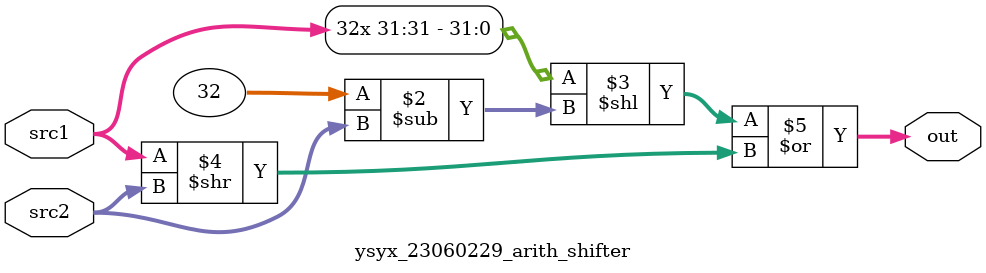
<source format=v>

module ysyx_23060229_arith_shifter(
	input [31:0] src1,
	input [4:0] src2,
	output reg [31:0] out
);
	//wire [4:0] shifter;
	//assign shifter = src2[4:0];

	//assign out = ({32{src1[31]}} << (32 - src2[4:0])) | (src1 >> src2[4:0]);

	always @(*) begin
		//if(src2 > 31)
		//	out = src1[31] ? 32'hffffffff : 32'h00000000;
		//else
			out = ({32{src1[31]}} << (32 - src2)) | (src1 >> src2);
	end

endmodule

</source>
